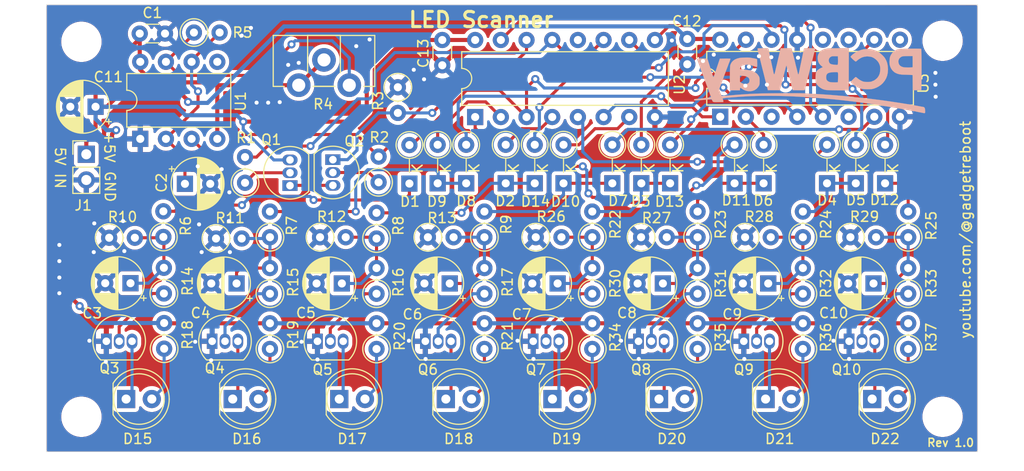
<source format=kicad_pcb>
(kicad_pcb (version 20241229) (generator "pcbnew") (generator_version "9.0")
  (layers (0 "F.Cu" signal) (2 "B.Cu" signal) (13 "F.Paste" user) (15 "B.Paste" user) (5 "F.SilkS" user) (7 "B.SilkS" user) (1 "F.Mask" user) (3 "B.Mask" user) (25 "Edge.Cuts" user))
  (net 0 "")
  (net 1 "GNDREF")
  (net 2 "Net-(D1-Pad2)")
  (net 3 "Net-(D3-Pad2)")
  (net 4 "Net-(D4-Pad2)")
  (net 5 "Net-(D5-Pad2)")
  (net 6 "Net-(D6-Pad2)")
  (net 7 "Net-(D7-Pad2)")
  (net 8 "+5V")
  (net 9 "Net-(D8-Pad2)")
  (net 10 "Net-(Q1-Pad2)")
  (net 11 "Net-(C2-Pad1)")
  (net 12 "Net-(C3-Pad1)")
  (net 13 "Net-(C4-Pad1)")
  (net 14 "Net-(C5-Pad1)")
  (net 15 "Net-(C6-Pad1)")
  (net 16 "Net-(C7-Pad1)")
  (net 17 "Net-(C8-Pad1)")
  (net 18 "Net-(C9-Pad1)")
  (net 19 "Net-(C10-Pad1)")
  (net 20 "/LED1")
  (net 21 "/LED3")
  (net 22 "Net-(D2-Pad2)")
  (net 23 "/LED5")
  (net 24 "/LED7")
  (net 25 "/LED6")
  (net 26 "/LED4")
  (net 27 "/LED2")
  (net 28 "Net-(D9-Pad2)")
  (net 29 "Net-(D10-Pad2)")
  (net 30 "Net-(D11-Pad2)")
  (net 31 "/LED8")
  (net 32 "Net-(D12-Pad2)")
  (net 33 "Net-(D13-Pad2)")
  (net 34 "Net-(D14-Pad2)")
  (net 35 "Net-(D15-Pad1)")
  (net 36 "Net-(D15-Pad2)")
  (net 37 "Net-(D16-Pad2)")
  (net 38 "Net-(D16-Pad1)")
  (net 39 "Net-(D17-Pad1)")
  (net 40 "Net-(D17-Pad2)")
  (net 41 "Net-(D18-Pad2)")
  (net 42 "Net-(D18-Pad1)")
  (net 43 "Net-(D19-Pad1)")
  (net 44 "Net-(D19-Pad2)")
  (net 45 "Net-(D20-Pad1)")
  (net 46 "Net-(D20-Pad2)")
  (net 47 "Net-(D21-Pad2)")
  (net 48 "Net-(D21-Pad1)")
  (net 49 "Net-(D22-Pad2)")
  (net 50 "Net-(D22-Pad1)")
  (net 51 "Net-(Q1-Pad1)")
  (net 52 "Net-(Q2-Pad1)")
  (net 53 "Net-(Q2-Pad2)")
  (net 54 "Net-(Q3-Pad2)")
  (net 55 "Net-(Q4-Pad2)")
  (net 56 "Net-(Q5-Pad2)")
  (net 57 "Net-(Q6-Pad2)")
  (net 58 "Net-(Q7-Pad2)")
  (net 59 "Net-(Q8-Pad2)")
  (net 60 "Net-(Q9-Pad2)")
  (net 61 "Net-(Q10-Pad2)")
  (net 62 "Net-(R1-Pad2)")
  (net 63 "Net-(R2-Pad2)")
  (net 64 "Net-(U1-Pad5)")
  (net 65 "Net-(U2-Pad15)")
  (net 66 "Net-(U2-Pad12)")
  (net 67 "Net-(U3-Pad9)")
  (net 68 "Net-(U3-Pad3)")
  (net 69 "Net-(U3-Pad11)")
  (net 70 "Net-(U3-Pad12)")
  (net 71 "Net-(U3-Pad6)")
  (net 72 "Net-(R4-Pad3)")
  (footprint "MountingHole:MountingHole_3.5mm" (layer "F.Cu") (at 37.4904 75.2856)
    (property "Reference" "REF**" (hide yes))
    (property "Value" "MountingHole_3.5mm")
  )
  (footprint "MountingHole:MountingHole_3.5mm" (layer "F.Cu") (at 122.6566 75.184)
    (property "Reference" "REF**" (hide yes))
    (property "Value" "MountingHole_3.5mm")
  )
  (footprint "MountingHole:MountingHole_3.5mm" (layer "F.Cu") (at 122.6566 37.9984)
    (property "Reference" "REF**" (hide yes))
    (property "Value" "MountingHole_3.5mm")
  )
  (footprint "MountingHole:MountingHole_3.5mm" (layer "F.Cu") (at 37.4904 38.1)
    (property "Reference" "REF**" (hide yes))
    (property "Value" "MountingHole_3.5mm")
  )
  (footprint "Capacitor_THT:C_Disc_D3.0mm_W1.6mm_P2.50mm" (layer "F.Cu") (at 43.2562 37.3888)
    (property "Reference" "C1")
    (property "Value" "100nF")
  )
  (footprint "Capacitor_THT:CP_Radial_D5.0mm_P2.50mm" (layer "F.Cu") (at 47.7266 52.2478)
    (property "Reference" "C2")
    (property "Value" "10uF")
  )
  (footprint "Capacitor_THT:CP_Radial_D5.0mm_P2.50mm" (layer "F.Cu") (at 42.3418 62.0776 180)
    (property "Reference" "C3")
    (property "Value" "47uF")
  )
  (footprint "Capacitor_THT:CP_Radial_D5.0mm_P2.50mm" (layer "F.Cu") (at 52.832 62.103 180)
    (property "Reference" "C4")
    (property "Value" "47uF")
  )
  (footprint "Capacitor_THT:CP_Radial_D5.0mm_P2.50mm" (layer "F.Cu") (at 63.246 62.103 180)
    (property "Reference" "C5")
    (property "Value" "47uF")
  )
  (footprint "Capacitor_THT:CP_Radial_D5.0mm_P2.50mm" (layer "F.Cu") (at 73.914 62.103 180)
    (property "Reference" "C6")
    (property "Value" "47uF")
  )
  (footprint "Capacitor_THT:CP_Radial_D5.0mm_P2.50mm" (layer "F.Cu") (at 84.582 62.103 180)
    (property "Reference" "C7")
    (property "Value" "47uF")
  )
  (footprint "Capacitor_THT:CP_Radial_D5.0mm_P2.50mm" (layer "F.Cu") (at 94.996 62.103 180)
    (property "Reference" "C8")
    (property "Value" "47uF")
  )
  (footprint "Capacitor_THT:CP_Radial_D5.0mm_P2.50mm" (layer "F.Cu") (at 105.41 62.103 180)
    (property "Reference" "C9")
    (property "Value" "47uF")
  )
  (footprint "Capacitor_THT:CP_Radial_D5.0mm_P2.50mm" (layer "F.Cu") (at 115.824 62.103 180)
    (property "Reference" "C10")
    (property "Value" "47uF")
  )
  (footprint "Capacitor_THT:CP_Radial_D5.0mm_P2.50mm" (layer "F.Cu") (at 38.8874 44.6278 180)
    (property "Reference" "C11")
    (property "Value" "10uF")
  )
  (footprint "Capacitor_THT:C_Disc_D3.0mm_W1.6mm_P2.50mm" (layer "F.Cu") (at 97.409 37.9222 -90)
    (property "Reference" "C12")
    (property "Value" "100nF")
  )
  (footprint "Capacitor_THT:C_Disc_D3.0mm_W1.6mm_P2.50mm" (layer "F.Cu") (at 73.1774 38.0238 -90)
    (property "Reference" "C13")
    (property "Value" "100nF")
  )
  (footprint "LED_THT:LED_D5.0mm" (layer "F.Cu") (at 52.451 73.533)
    (property "Reference" "D16")
    (property "Value" "LED_Small_ALT")
  )
  (footprint "LED_THT:LED_D5.0mm" (layer "F.Cu") (at 62.991 73.533)
    (property "Reference" "D17")
    (property "Value" "LED_Small_ALT")
  )
  (footprint "LED_THT:LED_D5.0mm" (layer "F.Cu") (at 73.531 73.533)
    (property "Reference" "D18")
    (property "Value" "LED_Small_ALT")
  )
  (footprint "LED_THT:LED_D5.0mm" (layer "F.Cu") (at 84.071 73.533)
    (property "Reference" "D19")
    (property "Value" "LED_Small_ALT")
  )
  (footprint "LED_THT:LED_D5.0mm" (layer "F.Cu") (at 94.611 73.533)
    (property "Reference" "D20")
    (property "Value" "LED_Small_ALT")
  )
  (footprint "LED_THT:LED_D5.0mm" (layer "F.Cu") (at 105.151 73.533)
    (property "Reference" "D21")
    (property "Value" "LED_Small_ALT")
  )
  (footprint "LED_THT:LED_D5.0mm" (layer "F.Cu") (at 115.691 73.533)
    (property "Reference" "D22")
    (property "Value" "LED_Small_ALT")
  )
  (footprint "Package_TO_SOT_THT:TO-92_Inline" (layer "F.Cu") (at 58.1152 52.4256 90)
    (property "Reference" "Q1")
    (property "Value" "2N3904")
  )
  (footprint "Package_TO_SOT_THT:TO-92_Inline" (layer "F.Cu") (at 62.357 49.8602 -90)
    (property "Reference" "Q2")
    (property "Value" "2N3904")
  )
  (footprint "Package_TO_SOT_THT:TO-92_Inline" (layer "F.Cu") (at 39.9542 67.818)
    (property "Reference" "Q3")
    (property "Value" "2N3904")
  )
  (footprint "Package_TO_SOT_THT:TO-92_Inline" (layer "F.Cu") (at 50.419 67.818)
    (property "Reference" "Q4")
    (property "Value" "2N3904")
  )
  (footprint "Package_TO_SOT_THT:TO-92_Inline" (layer "F.Cu") (at 60.833 67.818)
    (property "Reference" "Q5")
    (property "Value" "2N3904")
  )
  (footprint "Package_TO_SOT_THT:TO-92_Inline" (layer "F.Cu") (at 71.501 67.818)
    (property "Reference" "Q6")
    (property "Value" "2N3904")
  )
  (footprint "Package_TO_SOT_THT:TO-92_Inline" (layer "F.Cu") (at 82.169 67.818)
    (property "Reference" "Q7")
    (property "Value" "2N3904")
  )
  (footprint "Package_TO_SOT_THT:TO-92_Inline" (layer "F.Cu") (at 92.583 67.818)
    (property "Reference" "Q8")
    (property "Value" "2N3904")
  )
  (footprint "Package_TO_SOT_THT:TO-92_Inline" (layer "F.Cu") (at 102.997 67.818)
    (property "Reference" "Q9")
    (property "Value" "2N3904")
  )
  (footprint "Package_TO_SOT_THT:TO-92_Inline" (layer "F.Cu") (at 113.411 67.818)
    (property "Reference" "Q10")
    (property "Value" "2N3904")
  )
  (footprint "Potentiometer_THT:Potentiometer_ACP_CA9-H2,5_Horizontal" (layer "F.Cu") (at 58.9788 42.4942 90)
    (property "Reference" "R4")
    (property "Value" "100K")
  )
  (footprint "Package_DIP:DIP-8_W7.62mm" (layer "F.Cu") (at 43.307 47.8028 90)
    (property "Reference" "U1")
    (property "Value" "NE555")
  )
  (footprint "Package_DIP:DIP-16_W7.62mm" (layer "F.Cu") (at 76.4286 45.6438 90)
    (property "Reference" "U2")
    (property "Value" "4017")
  )
  (footprint "Package_DIP:DIP-16_W7.62mm" (layer "F.Cu") (at 100.6602 45.6184 90)
    (property "Reference" "U3")
    (property "Value" "4017")
  )
  (footprint "LED_THT:LED_D5.0mm" (layer "F.Cu") (at 41.91 73.533)
    (property "Reference" "D15")
    (property "Value" "LED_Small_ALT")
  )
  (footprint "Resistor_THT:R_Axial_DIN0207_L6.3mm_D2.5mm_P2.54mm_Vertical" (layer "F.Cu") (at 45.593 57.5056 90)
    (property "Reference" "R6")
    (property "Value" "20K")
  )
  (footprint "Resistor_THT:R_Axial_DIN0207_L6.3mm_D2.5mm_P2.54mm_Vertical" (layer "F.Cu") (at 56.134 57.531 90)
    (property "Reference" "R7")
    (property "Value" "20K")
  )
  (footprint "Resistor_THT:R_Axial_DIN0207_L6.3mm_D2.5mm_P2.54mm_Vertical" (layer "F.Cu") (at 66.675 57.658 90)
    (property "Reference" "R8")
    (property "Value" "20K")
  )
  (footprint "Resistor_THT:R_Axial_DIN0207_L6.3mm_D2.5mm_P2.54mm_Vertical" (layer "F.Cu") (at 77.343 57.531 90)
    (property "Reference" "R9")
    (property "Value" "20K")
  )
  (footprint "Resistor_THT:R_Axial_DIN0207_L6.3mm_D2.5mm_P2.54mm_Vertical" (layer "F.Cu") (at 40.2336 57.5818)
    (property "Reference" "R10")
    (property "Value" "100K")
  )
  (footprint "Resistor_THT:R_Axial_DIN0207_L6.3mm_D2.5mm_P2.54mm_Vertical" (layer "F.Cu") (at 50.8 57.658)
    (property "Reference" "R11")
    (property "Value" "100K")
  )
  (footprint "Resistor_THT:R_Axial_DIN0207_L6.3mm_D2.5mm_P2.54mm_Vertical" (layer "F.Cu") (at 61.087 57.531)
    (property "Reference" "R12")
    (property "Value" "100K")
  )
  (footprint "Resistor_THT:R_Axial_DIN0207_L6.3mm_D2.5mm_P2.54mm_Vertical" (layer "F.Cu") (at 71.755 57.531)
    (property "Reference" "R13")
    (property "Value" "100K")
  )
  (footprint "Resistor_THT:R_Axial_DIN0207_L6.3mm_D2.5mm_P2.54mm_Vertical" (layer "F.Cu") (at 45.6438 63.0936 90)
    (property "Reference" "R14")
    (property "Value" "1K")
  )
  (footprint "Resistor_THT:R_Axial_DIN0207_L6.3mm_D2.5mm_P2.54mm_Vertical" (layer "F.Cu") (at 56.134 63.119 90)
    (property "Reference" "R15")
    (property "Value" "1K")
  )
  (footprint "Resistor_THT:R_Axial_DIN0207_L6.3mm_D2.5mm_P2.54mm_Vertical" (layer "F.Cu") (at 66.675 63.119 90)
    (property "Reference" "R16")
    (property "Value" "1K")
  )
  (footprint "Resistor_THT:R_Axial_DIN0207_L6.3mm_D2.5mm_P2.54mm_Vertical" (layer "F.Cu") (at 77.343 63.119 90)
    (property "Reference" "R17")
    (property "Value" "1K")
  )
  (footprint "Resistor_THT:R_Axial_DIN0207_L6.3mm_D2.5mm_P2.54mm_Vertical" (layer "F.Cu") (at 45.6692 68.5546 90)
    (property "Reference" "R18")
    (property "Value" "200r")
  )
  (footprint "Resistor_THT:R_Axial_DIN0207_L6.3mm_D2.5mm_P2.54mm_Vertical" (layer "F.Cu") (at 66.675 68.58 90)
    (property "Reference" "R20")
    (property "Value" "200r")
  )
  (footprint "Resistor_THT:R_Axial_DIN0207_L6.3mm_D2.5mm_P2.54mm_Vertical" (layer "F.Cu") (at 77.343 68.58 90)
    (property "Reference" "R21")
    (property "Value" "200r")
  )
  (footprint "Resistor_THT:R_Axial_DIN0207_L6.3mm_D2.5mm_P2.54mm_Vertical" (layer "F.Cu") (at 88.011 57.531 90)
    (property "Reference" "R22")
    (property "Value" "20K")
  )
  (footprint "Resistor_THT:R_Axial_DIN0207_L6.3mm_D2.5mm_P2.54mm_Vertical" (layer "F.Cu") (at 98.425 57.531 90)
    (property "Reference" "R23")
    (property "Value" "20K")
  )
  (footprint "Resistor_THT:R_Axial_DIN0207_L6.3mm_D2.5mm_P2.54mm_Vertical" (layer "F.Cu") (at 108.839 57.531 90)
    (property "Reference" "R24")
    (property "Value" "20K")
  )
  (footprint "Resistor_THT:R_Axial_DIN0207_L6.3mm_D2.5mm_P2.54mm_Vertical" (layer "F.Cu") (at 119.253 57.531 90)
    (property "Reference" "R25")
    (property "Value" "20K")
  )
  (footprint "Resistor_THT:R_Axial_DIN0207_L6.3mm_D2.5mm_P2.54mm_Vertical" (layer "F.Cu") (at 82.423 57.531)
    (property "Reference" "R26")
    (property "Value" "100K")
  )
  (footprint "Resistor_THT:R_Axial_DIN0207_L6.3mm_D2.5mm_P2.54mm_Vertical" (layer "F.Cu") (at 92.837 57.531)
    (property "Reference" "R27")
    (property "Value" "100K")
  )
  (footprint "Resistor_THT:R_Axial_DIN0207_L6.3mm_D2.5mm_P2.54mm_Vertical" (layer "F.Cu") (at 103.124 57.531)
    (property "Reference" "R28")
    (property "Value" "100K")
  )
  (footprint "Resistor_THT:R_Axial_DIN0207_L6.3mm_D2.5mm_P2.54mm_Vertical" (layer "F.Cu") (at 113.538 57.531)
    (property "Reference" "R29")
    (property "Value" "100K")
  )
  (footprint "Resistor_THT:R_Axial_DIN0207_L6.3mm_D2.5mm_P2.54mm_Vertical" (layer "F.Cu") (at 88.011 63.119 90)
    (property "Reference" "R30")
    (property "Value" "1K")
  )
  (footprint "Resistor_THT:R_Axial_DIN0207_L6.3mm_D2.5mm_P2.54mm_Vertical" (layer "F.Cu") (at 98.425 63.119 90)
    (property "Reference" "R31")
    (property "Value" "1K")
  )
  (footprint "Resistor_THT:R_Axial_DIN0207_L6.3mm_D2.5mm_P2.54mm_Vertical" (layer "F.Cu") (at 108.839 63.119 90)
    (property "Reference" "R32")
    (property "Value" "1K")
  )
  (footprint "Resistor_THT:R_Axial_DIN0207_L6.3mm_D2.5mm_P2.54mm_Vertical" (layer "F.Cu") (at 119.253 63.119 90)
    (property "Reference" "R33")
    (property "Value" "1K")
  )
  (footprint "Resistor_THT:R_Axial_DIN0207_L6.3mm_D2.5mm_P2.54mm_Vertical" (layer "F.Cu") (at 88.011 68.58 90)
    (property "Reference" "R34")
    (property "Value" "200r")
  )
  (footprint "Resistor_THT:R_Axial_DIN0207_L6.3mm_D2.5mm_P2.54mm_Vertical" (layer "F.Cu") (at 98.425 68.58 90)
    (property "Reference" "R35")
    (property "Value" "200r")
  )
  (footprint "Resistor_THT:R_Axial_DIN0207_L6.3mm_D2.5mm_P2.54mm_Vertical" (layer "F.Cu") (at 108.839 68.58 90)
    (property "Reference" "R36")
    (property "Value" "200r")
  )
  (footprint "Resistor_THT:R_Axial_DIN0207_L6.3mm_D2.5mm_P2.54mm_Vertical" (layer "F.Cu") (at 119.253 68.58 90)
    (property "Reference" "R37")
    (property "Value" "200r")
  )
  (footprint "Resistor_THT:R_Axial_DIN0207_L6.3mm_D2.5mm_P2.54mm_Vertical" (layer "F.Cu") (at 56.134 68.58 90)
    (property "Reference" "R19")
    (property "Value" "200r")
  )
  (footprint "Connector_PinHeader_2.54mm:PinHeader_1x02_P2.54mm_Vertical" (layer "F.Cu") (at 37.973 49.3268)
    (property "Reference" "J1")
    (property "Value" "Conn_01x02")
  )
  (footprint "Diode_THT:D_DO-35_SOD27_P3.81mm_Vertical_KathodeUp" (layer "F.Cu") (at 79.4512 52.197 90)
    (property "Reference" "D2")
    (property "Value" "1N4148")
  )
  (footprint "Diode_THT:D_DO-35_SOD27_P3.81mm_Vertical_KathodeUp" (layer "F.Cu") (at 92.8624 52.197 90)
    (property "Reference" "D3")
    (property "Value" "1N4148")
  )
  (footprint "Diode_THT:D_DO-35_SOD27_P3.81mm_Vertical_KathodeUp" (layer "F.Cu") (at 111.2266 52.197 90)
    (property "Reference" "D4")
    (property "Value" "1N4148")
  )
  (footprint "Diode_THT:D_DO-35_SOD27_P3.81mm_Vertical_KathodeUp" (layer "F.Cu") (at 114.0714 52.197 90)
    (property "Reference" "D5")
    (property "Value" "1N4148")
  )
  (footprint "Diode_THT:D_DO-35_SOD27_P3.81mm_Vertical_KathodeUp" (layer "F.Cu") (at 104.9528 52.197 90)
    (property "Reference" "D6")
    (property "Value" "1N4148")
  )
  (footprint "Diode_THT:D_DO-35_SOD27_P3.81mm_Vertical_KathodeUp" (layer "F.Cu") (at 89.9922 52.197 90)
    (property "Reference" "D7")
    (property "Value" "1N4148")
  )
  (footprint "Diode_THT:D_DO-35_SOD27_P3.81mm_Vertical_KathodeUp" (layer "F.Cu") (at 75.5396 52.197 90)
    (property "Reference" "D8")
    (property "Value" "1N4148")
  )
  (footprint "Diode_THT:D_DO-35_SOD27_P3.81mm_Vertical_KathodeUp" (layer "F.Cu") (at 72.7202 52.197 90)
    (property "Reference" "D9")
    (property "Value" "1N4148")
  )
  (footprint "Diode_THT:D_DO-35_SOD27_P3.81mm_Vertical_KathodeUp" (layer "F.Cu") (at 85.1662 52.197 90)
    (property "Reference" "D10")
    (property "Value" "1N4148")
  )
  (footprint "Diode_THT:D_DO-35_SOD27_P3.81mm_Vertical_KathodeUp" (layer "F.Cu") (at 102.0826 52.197 90)
    (property "Reference" "D11")
    (property "Value" "1N4148")
  )
  (footprint "Diode_THT:D_DO-35_SOD27_P3.81mm_Vertical_KathodeUp" (layer "F.Cu") (at 116.967 52.197 90)
    (property "Reference" "D12")
    (property "Value" "1N4148")
  )
  (footprint "Diode_THT:D_DO-35_SOD27_P3.81mm_Vertical_KathodeUp" (layer "F.Cu") (at 95.7072 52.197 90)
    (property "Reference" "D13")
    (property "Value" "1N4148")
  )
  (footprint "Diode_THT:D_DO-35_SOD27_P3.81mm_Vertical_KathodeUp" (layer "F.Cu") (at 82.3214 52.197 90)
    (property "Reference" "D14")
    (property "Value" "1N4148")
  )
  (footprint "Resistor_THT:R_Axial_DIN0207_L6.3mm_D2.5mm_P2.54mm_Vertical" (layer "F.Cu") (at 53.6702 52.1462 90)
    (property "Reference" "R1")
    (property "Value" "10K")
  )
  (footprint "Resistor_THT:R_Axial_DIN0207_L6.3mm_D2.5mm_P2.54mm_Vertical" (layer "F.Cu") (at 66.8782 52.0954 90)
    (property "Reference" "R2")
    (property "Value" "10K")
  )
  (footprint "Resistor_THT:R_Axial_DIN0207_L6.3mm_D2.5mm_P2.54mm_Vertical" (layer "F.Cu") (at 68.7832 42.6974 -90)
    (property "Reference" "R3")
    (property "Value" "10K")
  )
  (footprint "Resistor_THT:R_Axial_DIN0207_L6.3mm_D2.5mm_P2.54mm_Vertical" (layer "F.Cu") (at 48.6156 37.2872)
    (property "Reference" "R5")
    (property "Value" "2K")
  )
  (footprint "Diode_THT:D_DO-35_SOD27_P3.81mm_Vertical_KathodeUp" (layer "F.Cu") (at 69.9262 52.2224 90)
    (property "Reference" "D1")
    (property "Value" "1N4148")
  )
  (footprint "_Custom_Footprints:pcb way logo" (layer "B.Cu") (at 109.4994 42.7228 180)
    (property "Reference" "G***" (hide yes))
    (property "Value" "LOGO" (hide yes))
  )
  (gr_line (start 34.036 78.74) (end 126.111 78.74) (stroke (width 0.05)) (layer "Edge.Cuts"))
  (gr_line (start 126.111 78.74) (end 126.111 34.544) (stroke (width 0.05)) (layer "Edge.Cuts"))
  (gr_line (start 126.111 34.544) (end 34.036 34.544) (stroke (width 0.05)) (layer "Edge.Cuts"))
  (gr_line (start 34.036 34.544) (end 34.036 78.74) (stroke (width 0.05)) (layer "Edge.Cuts"))
  (gr_text "+5V" (at 40.259 48.6156 270) (layer "F.SilkS") (effects (font (size 1 1))))
  (gr_text "GND" (at 40.3098 52.5272 270) (layer "F.SilkS") (effects (font (size 1 1))))
  (gr_text "LED Scanner" (at 77.0128 36.0172 0) (layer "F.SilkS") (effects (font (size 1.5 1.5) (thickness 0.3))))
  (gr_text "5V IN" (at 35.3822 50.673 270) (layer "F.SilkS") (effects (font (size 1 1))))
  (gr_text "Rev 1.0" (at 123.444 77.851 0) (layer "F.SilkS") (effects (font (size 0.8 0.8))))
  (gr_text "youtube.com/@gadgetreboot" (at 124.9172 56.7944 90) (layer "F.SilkS") (effects (font (size 1 1))))
  (via (at 57.0992 44.1706) (size 0.8) (drill 0.4) (layers "F.Cu" "B.Cu") (net 1))
  (via (at 121.9454 42.4434) (size 0.8) (drill 0.4) (layers "F.Cu" "B.Cu") (net 1))
  (via (at 48.7426 67.8688) (size 0.8) (drill 0.4) (layers "F.Cu" "B.Cu") (net 1))
  (via (at 111.8616 67.7672) (size 0.8) (drill 0.4) (layers "F.Cu" "B.Cu") (net 1))
  (via (at 41.6052 55.9308) (size 0.8) (drill 0.4) (layers "F.Cu" "B.Cu") (net 1))
  (via (at 54.2544 36.83) (size 0.8) (drill 0.4) (layers "F.Cu" "B.Cu") (net 1))
  (via (at 92.6084 69.5706) (size 0.8) (drill 0.4) (layers "F.Cu" "B.Cu") (net 1))
  (via (at 52.07 55.9308) (size 0.8) (drill 0.4) (layers "F.Cu" "B.Cu") (net 1))
  (via (at 71.5264 69.5706) (size 0.8) (drill 0.4) (layers "F.Cu" "B.Cu") (net 1))
  (via (at 35.306 58.293) (size 0.8) (drill 0.4) (layers "F.Cu" "B.Cu") (net 1))
  (via (at 103.0478 69.5706) (size 0.8) (drill 0.4) (layers "F.Cu" "B.Cu") (net 1))
  (via (at 38.2778 67.7672) (size 0.8) (drill 0.4) (layers "F.Cu" "B.Cu") (net 1))
  (via (at 70.358 40.9702) (size 0.8) (drill 0.4) (layers "F.Cu" "B.Cu") (net 1))
  (via (at 52.1208 53.086) (size 0.8) (drill 0.4) (layers "F.Cu" "B.Cu") (net 1))
  (via (at 57.9374 40.4876) (size 0.8) (drill 0.4) (layers "F.Cu" "B.Cu") (net 1))
  (via (at 113.411 69.5706) (size 0.8) (drill 0.4) (layers "F.Cu" "B.Cu") (net 1))
  (via (at 38.7604 56.1594) (size 0.8) (drill 0.4) (layers "F.Cu" "B.Cu") (net 1))
  (via (at 105.283 42.4434) (size 0.8) (drill 0.4) (layers "F.Cu" "B.Cu") (net 1))
  (via (at 82.1944 69.5706) (size 0.8) (drill 0.4) (layers "F.Cu" "B.Cu") (net 1))
  (via (at 104.4956 39.624) (size 0.8) (drill 0.4) (layers "F.Cu" "B.Cu") (net 1))
  (via (at 59.2582 67.8688) (size 0.8) (drill 0.4) (layers "F.Cu" "B.Cu") (net 1))
  (via (at 98.9584 40.1066) (size 0.8) (drill 0.4) (layers "F.Cu" "B.Cu") (net 1))
  (via (at 101.4222 67.8688) (size 0.8) (drill 0.4) (layers "F.Cu" "B.Cu") (net 1))
  (via (at 35.306 63.0682) (size 0.8) (drill 0.4) (layers "F.Cu" "B.Cu") (net 1))
  (via (at 35.306 61.5188) (size 0.8) (drill 0.4) (layers "F.Cu" "B.Cu") (net 1))
  (via (at 54.8132 44.2214) (size 0.8) (drill 0.4) (layers "F.Cu" "B.Cu") (net 1))
  (via (at 48.9966 50.5206) (size 0.8) (drill 0.4) (layers "F.Cu" "B.Cu") (net 1))
  (via (at 55.9562 44.2214) (size 0.8) (drill 0.4) (layers "F.Cu" "B.Cu") (net 1))
  (via (at 108.3564 39.7764) (size 0.8) (drill 0.4) (layers "F.Cu" "B.Cu") (net 1))
  (via (at 60.833 69.6214) (size 0.8) (drill 0.4) (layers "F.Cu" "B.Cu") (net 1))
  (via (at 35.306 59.8932) (size 0.8) (drill 0.4) (layers "F.Cu" "B.Cu") (net 1))
  (via (at 58.9788 40.2844) (size 0.8) (drill 0.4) (layers "F.Cu" "B.Cu") (net 1))
  (via (at 121.9454 41.275) (size 0.8) (drill 0.4) (layers "F.Cu" "B.Cu") (net 1))
  (via (at 49.3776 59.0042) (size 0.8) (drill 0.4) (layers "F.Cu" "B.Cu") (net 1))
  (via (at 69.8754 67.7672) (size 0.8) (drill 0.4) (layers "F.Cu" "B.Cu") (net 1))
  (via (at 65.9892 37.973) (size 0.8) (drill 0.4) (layers "F.Cu" "B.Cu") (net 1))
  (via (at 95.885 38.0746) (size 0.8) (drill 0.4) (layers "F.Cu" "B.Cu") (net 1))
  (via (at 38.7096 59.0042) (size 0.8) (drill 0.4) (layers "F.Cu" "B.Cu") (net 1))
  (via (at 41.7322 58.9026) (size 0.8) (drill 0.4) (layers "F.Cu" "B.Cu") (net 1))
  (via (at 90.8558 67.7672) (size 0.8) (drill 0.4) (layers "F.Cu" "B.Cu") (net 1))
  (via (at 103.1494 42.545) (size 0.8) (drill 0.4) (layers "F.Cu" "B.Cu") (net 1))
  (via (at 80.6196 67.7672) (size 0.8) (drill 0.4) (layers "F.Cu" "B.Cu") (net 1))
  (via (at 39.9034 69.85) (size 0.8) (drill 0.4) (layers "F.Cu" "B.Cu") (net 1))
  (via (at 64.6684 38.6334) (size 0.8) (drill 0.4) (layers "F.Cu" "B.Cu") (net 1))
  (via (at 52.1716 59.0042) (size 0.8) (drill 0.4) (layers "F.Cu" "B.Cu") (net 1))
  (via (at 121.9708 43.6372) (size 0.8) (drill 0.4) (layers "F.Cu" "B.Cu") (net 1))
  (via (at 71.374 41.91) (size 0.8) (drill 0.4) (layers "F.Cu" "B.Cu") (net 1))
  (via (at 100.0252 39.4716) (size 0.8) (drill 0.4) (layers "F.Cu" "B.Cu") (net 1))
  (via (at 53.34 37.592) (size 0.8) (drill 0.4) (layers "F.Cu" "B.Cu") (net 1))
  (via (at 51.3588 50.8) (size 0.8) (drill 0.4) (layers "F.Cu" "B.Cu") (net 1))
  (via (at 49.1236 56.261) (size 0.8) (drill 0.4) (layers "F.Cu" "B.Cu") (net 1))
  (via (at 105.7148 39.7256) (size 0.8) (drill 0.4) (layers "F.Cu" "B.Cu") (net 1))
  (via (at 50.3174 69.6976) (size 0.8) (drill 0.4) (layers "F.Cu" "B.Cu") (net 1))
  (segment (start 103.2002 37.9984) (end 100.8888 40.3098) (width 0.3048) (layer "F.Cu") (net 2))
  (segment (start 70.1548 48.4124) (end 75.565 43.0022) (width 0.3048) (layer "F.Cu") (net 2))
  (segment (start 78.867 43.0022) (end 81.5086 45.6438) (width 0.3048) (layer "F.Cu") (net 2))
  (segment (start 69.9262 48.4124) (end 70.1548 48.4124) (width 0.3048) (layer "F.Cu") (net 2))
  (segment (start 81.5086 42.7482) (end 81.5086 45.6438) (width 0.3048) (layer "F.Cu") (net 2))
  (segment (start 100.119915 40.3098) (end 98.2218 42.207915) (width 0.3048) (layer "F.Cu") (net 2))
  (segment (start 100.8888 40.3098) (end 100.119915 40.3098) (width 0.3048) (layer "F.Cu") (net 2))
  (segment (start 75.565 43.0022) (end 78.867 43.0022) (width 0.3048) (layer "F.Cu") (net 2))
  (segment (start 98.2218 42.207915) (end 98.2218 42.7736) (width 0.3048) (layer "F.Cu") (net 2))
  (segment (start 82.3722 41.8846) (end 81.5086 42.7482) (width 0.3048) (layer "F.Cu") (net 2))
  (via (at 98.2218 42.7736) (size 0.8) (drill 0.4) (layers "F.Cu" "B.Cu") (net 2))
  (via (at 82.3722 41.8846) (size 0.8) (drill 0.4) (layers "F.Cu" "B.Cu") (net 2))
  (segment (start 83.2612 42.7736) (end 97.656115 42.7736) (width 0.3048) (layer "B.Cu") (net 2))
  (segment (start 97.656115 42.7736) (end 98.2218 42.7736) (width 0.3048) (layer "B.Cu") (net 2))
  (segment (start 82.3722 41.8846) (end 83.2612 42.7736) (width 0.3048) (layer "B.Cu") (net 2))
  (segment (start 92.468599 38.823799) (end 91.6686 38.0238) (width 0.3048) (layer "F.Cu") (net 3))
  (segment (start 92.8624 44.1452) (end 95.4532 41.5544) (width 0.3048) (layer "F.Cu") (net 3))
  (segment (start 94.9198 39.5478) (end 93.1926 39.5478) (width 0.3048) (layer "F.Cu") (net 3))
  (segment (start 95.4532 40.0812) (end 94.9198 39.5478) (width 0.3048) (layer "F.Cu") (net 3))
  (segment (start 93.1926 39.5478) (end 92.468599 38.823799) (width 0.3048) (layer "F.Cu") (net 3))
  (segment (start 92.8624 48.387) (end 92.8624 44.1452) (width 0.3048) (layer "F.Cu") (net 3))
  (segment (start 95.4532 41.5544) (end 95.4532 40.0812) (width 0.3048) (layer "F.Cu") (net 3))
  (segment (start 109.5502 50.0634) (end 111.2266 48.387) (width 0.3048) (layer "F.Cu") (net 4))
  (segment (start 98.3996 50.0634) (end 109.5502 50.0634) (width 0.3048) (layer "F.Cu") (net 4))
  (via (at 98.3996 50.0634) (size 0.8) (drill 0.4) (layers "F.Cu" "B.Cu") (net 4))
  (segment (start 87.0712 46.1264) (end 87.0712 49.0728) (width 0.3048) (layer "B.Cu") (net 4))
  (segment (start 86.5886 45.6438) (end 87.0712 46.1264) (width 0.3048) (layer "B.Cu") (net 4))
  (segment (start 88.0618 50.0634) (end 98.3996 50.0634) (width 0.3048) (layer "B.Cu") (net 4))
  (segment (start 87.0712 49.0728) (end 88.0618 50.0634) (width 0.3048) (layer "B.Cu") (net 4))
  (segment (start 113.299999 42.433999) (end 113.7254 42.8594) (width 0.3048) (layer "F.Cu") (net 5))
  (segment (start 95.624599 36.607801) (end 106.610201 36.607801) (width 0.3048) (layer "F.Cu") (net 5))
  (segment (start 106.610201 36.607801) (end 107.0102 37.0078) (width 0.3048) (layer "F.Cu") (net 5))
  (segment (start 107.127799 42.433999) (end 113.299999 42.433999) (width 0.3048) (layer "F.Cu") (net 5))
  (segment (start 113.7254 42.8594) (end 113.7412 42.8594) (width 0.3048) (layer "F.Cu") (net 5))
  (segment (start 94.2086 38.0238) (end 95.624599 36.607801) (width 0.3048) (layer "F.Cu") (net 5))
  (via (at 107.0102 37.0078) (size 0.8) (drill 0.4) (layers "F.Cu" "B.Cu") (net 5))
  (via (at 107.127799 42.433999) (size 0.8) (drill 0.4) (layers "F.Cu" "B.Cu") (net 5))
  (via (at 113.7412 42.8594) (size 0.8) (drill 0.4) (layers "F.Cu" "B.Cu") (net 5))
  (segment (start 113.7412 42.8594) (end 113.8524 42.8594) (width 0.3048) (layer "B.Cu") (net 5))
  (segment (start 107.127799 37.125399) (end 107.0102 37.0078) (width 0.3048) (layer "B.Cu") (net 5))
  (segment (start 113.8524 42.8594) (end 114.6556 43.6626) (width 0.3048) (layer "B.Cu") (net 5))
  (segment (start 114.6556 43.6626) (end 114.6556 46.67143) (width 0.3048) (layer "B.Cu") (net 5))
  (segment (start 107.127799 42.433999) (end 107.127799 37.125399) (width 0.3048) (layer "B.Cu") (net 5))
  (segment (start 114.6556 46.67143) (end 114.0714 47.25563) (width 0.3048) (layer "B.Cu") (net 5))
  (segment (start 114.0714 47.25563) (end 114.0714 48.387) (width 0.3048) (layer "B.Cu") (net 5))
  (segment (start 104.9528 47.371) (end 104.9528 48.387) (width 0.3048) (layer "F.Cu") (net 6))
  (segment (start 103.2002 45.6184) (end 104.9528 47.371) (width 0.3048) (layer "F.Cu") (net 6))
  (segment (start 112.4204 46.863) (end 114.6556 46.863) (width 0.3048) (layer "F.Cu") (net 7))
  (segment (start 114.6556 46.863) (end 115.9002 45.6184) (width 0.3048) (layer "F.Cu") (net 7))
  (via (at 112.4204 46.863) (size 0.8) (drill 0.4) (layers "F.Cu" "B.Cu") (net 7))
  (segment (start 89.9922 48.387) (end 91.5162 46.863) (width 0.3048) (layer "B.Cu") (net 7))
  (segment (start 91.5162 46.863) (end 112.4204 46.863) (width 0.3048) (layer "B.Cu") (net 7))
  (segment (start 40.519401 53.003399) (end 40.519401 47.339199) (width 0.4064) (layer "F.Cu") (net 8))
  (segment (start 65.7098 40.6146) (end 65.7098 45.0342) (width 0.4064) (layer "F.Cu") (net 8))
  (segment (start 37.973 49.3268) (end 37.973 48.0704) (width 0.4064) (layer "F.Cu") (net 8))
  (segment (start 119.253 66.04) (end 108.839 66.04) (width 0.4064) (layer "F.Cu") (net 8))
  (segment (start 36.607801 56.914999) (end 40.519401 53.003399) (width 0.4064) (layer "F.Cu") (net 8))
  (segment (start 100.3808 37.9222) (end 97.409 37.9222) (width 0.4064) (layer "F.Cu") (net 8))
  (segment (start 77.343 66.04) (end 66.675 66.04) (width 0.4064) (layer "F.Cu") (net 8))
  (segment (start 76.4286 38.0238) (end 73.1774 38.0238) (width 0.4064) (layer "F.Cu") (net 8))
  (segment (start 50.927 42.4942) (end 50.927 47.8028) (width 0.4064) (layer "F.Cu") (net 8))
  (segment (start 56.134 66.04) (end 45.6946 66.04) (width 0.4064) (layer "F.Cu") (net 8))
  (segment (start 58.9788 42.4942) (end 61.4788 39.9942) (width 0.4064) (layer "F.Cu") (net 8))
  (segment (start 37.973 48.0704) (end 38.9382 47.1052) (width 0.4064) (layer "F.Cu") (net 8))
  (segment (start 44.5516 42.2148) (end 43.307 40.9702) (width 0.4064) (layer "F.Cu") (net 8))
  (segment (start 38.9382 47.1052) (end 38.8874 47.0544) (width 0.4064) (layer "F.Cu") (net 8))
  (segment (start 48.0949 44.0817) (end 48.0314 44.1452) (width 0.4064) (layer "F.Cu") (net 8))
  (segment (start 47.0408 43.0276) (end 48.0949 44.0817) (width 0.4064) (layer "F.Cu") (net 8))
  (segment (start 50.927 42.3926) (end 50.7492 42.2148) (width 0.4064) (layer "F.Cu") (net 8))
  (segment (start 98.425 66.04) (end 88.011 66.04) (width 0.4064) (layer "F.Cu") (net 8))
  (segment (start 43.2562 37.3888) (end 43.2562 37.8968) (width 0.4064) (layer "F.Cu") (net 8))
  (segment (start 43.2562 37.8968) (end 38.8874 42.2656) (width 0.4064) (layer "F.Cu") (net 8))
  (segment (start 40.005 44.6278) (end 41.6052 43.0276) (width 0.4064) (layer "F.Cu") (net 8))
  (segment (start 41.6052 43.0276) (end 47.0408 43.0276) (width 0.4064) (layer "F.Cu") (net 8))
  (segment (start 36.607801 63.633401) (end 36.607801 56.914999) (width 0.4064) (layer "F.Cu") (net 8))
  (segment (start 43.307 40.9702) (end 43.307 40.1828) (width 0.4064) (layer "F.Cu") (net 8))
  (segment (start 38.8874 47.0544) (end 38.8874 44.6278) (width 0.4064) (layer "F.Cu") (net 8))
  (segment (start 38.8874 44.6278) (end 40.005 44.6278) (width 0.4064) (layer "F.Cu") (net 8))
  (segment (start 73.1774 38.0238) (end 68.3006 38.0238) (width 0.4064) (layer "F.Cu") (net 8))
  (segment (start 43.2562 37.3888) (end 43.2562 40.132) (width 0.4064) (layer "F.Cu") (net 8))
  (segment (start 65.7098 45.0342) (end 64.643 46.101) (width 0.4064) (layer "F.Cu") (net 8))
  (segment (start 38.8874 42.2656) (end 38.8874 44.6278) (width 0.4064) (layer "F.Cu") (net 8))
  (segment (start 43.2562 40.132) (end 43.307 40.1828) (width 0.4064) (layer "F.Cu") (net 8))
  (segment (start 64.643 46.101) (end 53.4924 46.101) (width 0.4064) (layer "F.Cu") (net 8))
  (segment (start 37.3126 64.3382) (end 36.607801 63.633401) (width 0.4064) (layer "F.Cu") (net 8))
  (segment (start 40.519401 47.339199) (end 40.9194 46.9392) (width 0.4064) (layer "F.Cu") (net 8))
  (segment (start 50.7492 42.2148) (end 44.5516 42.2148) (width 0.4064) (layer "F.Cu") (net 8))
  (segment (start 58.9788 42.4942) (end 50.927 42.4942) (width 0.4064) (layer "F.Cu") (net 8))
  (segment (start 45.6946 66.04) (end 45.6692 66.0146) (width 0.4064) (layer "F.Cu") (net 8))
  (segment (start 68.3006 38.0238) (end 65.7098 40.6146) (width 0.4064) (layer "F.Cu") (net 8))
  (via (at 48.0314 44.1452) (size 0.8) (drill 0.4) (layers "F.Cu" "B.Cu") (net 8))
  (via (at 37.3126 64.3382) (size 0.8) (drill 0.4) (layers "F.Cu" "B.Cu") (net 8))
  (via (at 53.4924 46.101) (size 0.8) (drill 0.4) (layers "F.Cu" "B.Cu") (net 8))
  (via (at 40.9194 46.9392) (size 0.8) (drill 0.4) (layers "F.Cu" "B.Cu") (net 8))
  (segment (start 38.8874 45.8342) (end 39.9924 46.9392) (width 0.4064) (layer "B.Cu") (net 8))
  (segment (start 47.7774 45.466) (end 46.9392 44.6278) (width 0.4064) (layer "B.Cu") (net 8))
  (segment (start 57.531 36.6776) (end 49.9618 44.2468) (width 0.4064) (layer "B.Cu") (net 8))
  (segment (start 52.8574 45.466) (end 47.7774 45.466) (width 0.4064) (layer "B.Cu") (net 8))
  (segment (start 65.54363 66.04) (end 56.134 66.04) (width 0.4064) (layer "B.Cu") (net 8))
  (segment (start 96.1644 36.6776) (end 57.531 36.6776) (width 0.4064) (layer "B.Cu") (net 8))
  (segment (start 53.4924 46.101) (end 52.8574 45.466) (width 0.4064) (layer "B.Cu") (net 8))
  (segment (start 46.9392 44.6278) (end 38.8874 44.6278) (width 0.4064) (layer "B.Cu") (net 8))
  (segment (start 108.839 66.04) (end 98.425 66.04) (width 0.4064) (layer "B.Cu") (net 8))
  (segment (start 58.1152 49.8856) (end 56.515 49.8856) (width 0.3048) (layer "B.Cu") (net 8))
  (segment (start 66.675 66.04) (end 65.54363 66.04) (width 0.4064) (layer "B.Cu") (net 8))
  (segment (start 39.9924 46.9392) (end 40.9194 46.9392) (width 0.4064) (layer "B.Cu") (net 8))
  (segment (start 88.011 66.04) (end 77.343 66.04) (width 0.4064) (layer "B.Cu") (net 8))
  (segment (start 56.515 49.8856) (end 53.4924 46.863) (width 0.3048) (layer "B.Cu") (net 8))
  (segment (start 53.4924 46.863) (end 53.4924 46.101) (width 0.3048) (layer "B.Cu") (net 8))
  (segment (start 48.133 44.2468) (end 48.0314 44.1452) (width 0.4064) (layer "B.Cu") (net 8))
  (segment (start 97.409 37.9222) (end 96.1644 36.6776) (width 0.4064) (layer "B.Cu") (net 8))
  (segment (start 38.8874 44.6278) (end 38.8874 45.8342) (width 0.4064) (layer "B.Cu") (net 8))
  (segment (start 38.989 66.0146) (end 37.3126 64.3382) (width 0.4064) (layer "B.Cu") (net 8))
  (segment (start 49.9618 44.2468) (end 48.133 44.2468) (width 0.4064) (layer "B.Cu") (net 8))
  (segment (start 45.6692 66.0146) (end 38.989 66.0146) (width 0.4064) (layer "B.Cu") (net 8))
  (segment (start 95.885 44.6532) (end 97.917 44.6532) (width 0.3048) (layer "F.Cu") (net 9))
  (segment (start 97.917 44.6532) (end 98.8822 45.6184) (width 0.3048) (layer "F.Cu") (net 9))
  (segment (start 94.8182 43.5864) (end 95.885 44.6532) (width 0.3048) (layer "F.Cu") (net 9))
  (segment (start 98.8822 45.6184) (end 100.6602 45.6184) (width 0.3048) (layer "F.Cu") (net 9))
  (via (at 94.8182 43.5864) (size 0.8) (drill 0.4) (layers "F.Cu" "B.Cu") (net 9))
  (segment (start 74.7522 44.2468) (end 75.4126 43.5864) (width 0.3048) (layer "B.Cu") (net 9))
  (segment (start 75.5396 47.25563) (end 74.7522 46.46823) (width 0.3048) (layer "B.Cu") (net 9))
  (segment (start 75.5396 48.387) (end 75.5396 47.25563) (width 0.3048) (layer "B.Cu") (net 9))
  (segment (start 75.4126 43.5864) (end 94.8182 43.5864) (width 0.3048) (layer "B.Cu") (net 9))
  (segment (start 74.7522 46.46823) (end 74.7522 44.2468) (width 0.3048) (layer "B.Cu") (net 9))
  (segment (start 54.6608 51.1556) (end 53.6702 52.1462) (width 0.3048) (layer "F.Cu") (net 10))
  (segment (start 58.1152 51.1556) (end 54.6608 51.1556) (width 0.3048) (layer "F.Cu") (net 10))
  (segment (start 48.387 40.0558) (end 48.387 40.1828) (width 0.3048) (layer "F.Cu") (net 11))
  (segment (start 45.847 47.8028) (end 49.022 44.6278) (width 0.3048) (layer "F.Cu") (net 11))
  (segment (start 47.7266 49.6824) (end 45.847 47.8028) (width 0.3048) (layer "F.Cu") (net 11))
  (segment (start 49.022 44.6278) (end 49.022 43.669483) (width 0.3048) (layer "F.Cu") (net 11))
  (segment (start 51.1556 37.2872) (end 48.387 40.0558) (width 0.3048) (layer "F.Cu") (net 11))
  (segment (start 49.022 43.669483) (end 49.022 43.103798) (width 0.3048) (layer "F.Cu") (net 11))
  (segment (start 47.7266 52.2478) (end 47.7266 49.6824) (width 0.3048) (layer "F.Cu") (net 11))
  (via (at 49.022 43.103798) (size 0.8) (drill 0.4) (layers "F.Cu" "B.Cu") (net 11))
  (segment (start 48.387 40.1828) (end 48.387 42.468798) (width 0.3048) (layer "B.Cu") (net 11))
  (segment (start 48.622001 42.703799) (end 49.022 43.103798) (width 0.3048) (layer "B.Cu") (net 11))
  (segment (start 48.387 42.468798) (end 48.622001 42.703799) (width 0.3048) (layer "B.Cu") (net 11))
  (segment (start 45.6438 57.5564) (end 45.593 57.5056) (width 0.3048) (layer "F.Cu") (net 12))
  (segment (start 45.6438 60.5536) (end 45.6438 57.5564) (width 0.3048) (layer "F.Cu") (net 12))
  (segment (start 42.7736 57.5818) (end 45.5168 57.5818) (width 0.3048) (layer "F.Cu") (net 12))
  (segment (start 45.5168 57.5818) (end 45.593 57.5056) (width 0.3048) (layer "F.Cu") (net 12))
  (segment (start 42.3418 62.0776) (end 44.1198 62.0776) (width 0.3048) (layer "B.Cu") (net 12))
  (segment (start 44.1198 62.0776) (end 45.6438 60.5536) (width 0.3048) (layer "B.Cu") (net 12))
  (segment (start 52.832 60.9982) (end 53.2512 60.579) (width 0.3048) (layer "F.Cu") (net 13))
  (segment (start 52.832 62.103) (end 52.832 60.9982) (width 0.3048) (layer "F.Cu") (net 13))
  (segment (start 55.00263 60.579) (end 56.134 60.579) (width 0.3048) (layer "F.Cu") (net 13))
  (segment (start 53.2512 60.579) (end 55.00263 60.579) (width 0.3048) (layer "F.Cu") (net 13))
  (segment (start 56.007 57.658) (end 56.134 57.531) (width 0.3048) (layer "B.Cu") (net 13))
  (segment (start 56.134 59.44763) (end 56.134 57.531) (width 0.3048) (layer "B.Cu") (net 13))
  (segment (start 53.34 57.658) (end 56.007 57.658) (width 0.3048) (layer "B.Cu") (net 13))
  (segment (start 56.134 60.579) (end 56.134 59.44763) (width 0.3048) (layer "B.Cu") (net 13))
  (segment (start 66.675 60.579) (end 66.675 57.658) (width 0.3048) (layer "F.Cu") (net 14))
  (segment (start 63.627 57.531) (end 66.548 57.531) (width 0.3048) (layer "F.Cu") (net 14))
  (segment (start 66.548 57.531) (end 66.675 57.658) (width 0.3048) (layer "F.Cu") (net 14))
  (segment (start 63.246 62.103) (end 65.151 62.103) (width 0.3048) (layer "B.Cu") (net 14))
  (segment (start 65.151 62.103) (end 66.675 60.579) (width 0.3048) (layer "B.Cu") (net 14))
  (segment (start 75.819 62.103) (end 77.343 60.579) (width 0.3048) (layer "F.Cu") (net 15))
  (segment (start 73.914 62.103) (end 75.819 62.103) (width 0.3048) (layer "F.Cu") (net 15))
  (segment (start 77.343 60.579) (end 77.343 57.531) (width 0.3048) (layer "B.Cu") (net 15))
  (segment (start 77.343 57.531) (end 74.295 57.531) (width 0.3048) (layer "B.Cu") (net 15))
  (segment (start 88.011 57.531) (end 88.011 58.66237) (width 0.3048) (layer "F.Cu") (net 16))
  (segment (start 88.011 58.66237) (end 88.011 60.579) (width 0.3048) (layer "F.Cu") (net 16))
  (segment (start 84.963 57.531) (end 86.09437 57.531) (width 0.3048) (layer "F.Cu") (net 16))
  (segment (start 86.09437 57.531) (end 88.011 57.531) (width 0.3048) (layer "F.Cu") (net 16))
  (segment (start 86.487 62.103) (end 88.011 60.579) (width 0.3048) (layer "B.Cu") (net 16))
  (segment (start 84.582 62.103) (end 86.487 62.103) (width 0.3048) (layer "B.Cu") (net 16))
  (segment (start 94.996 62.103) (end 96.901 62.103) (width 0.3048) (layer "F.Cu") (net 17))
  (segment (start 96.901 62.103) (end 98.425 60.579) (width 0.3048) (layer "F.Cu") (net 17))
  (segment (start 95.377 57.531) (end 98.425 57.531) (width 0.3048) (layer "B.Cu") (net 17))
  (segment (start 98.425 60.579) (end 98.425 57.531) (width 0.3048) (layer "B.Cu") (net 17))
  (segment (start 105.664 57.531) (end 108.839 57.531) (width 0.3048) (layer "F.Cu") (net 18))
  (segment (start 108.839 59.44763) (end 108.839 57.531) (width 0.3048) (layer "F.Cu") (net 18))
  (segment (start 108.839 60.579) (end 108.839 59.44763) (width 0.3048) (layer "F.Cu") (net 18))
  (segment (start 105.41 62.103) (end 107.315 62.103) (width 0.3048) (layer "B.Cu") (net 18))
  (segment (start 107.315 62.103) (end 108.839 60.579) (width 0.3048) (layer "B.Cu") (net 18))
  (segment (start 117.729 62.103) (end 119.253 60.579) (width 0.3048) (layer "F.Cu") (net 19))
  (segment (start 115.824 62.103) (end 117.729 62.103) (width 0.3048) (layer "F.Cu") (net 19))
  (segment (start 119.253 57.531) (end 119.253 60.579) (width 0.3048) (layer "B.Cu") (net 19))
  (segment (start 116.078 57.531) (end 119.253 57.531) (width 0.3048) (layer "B.Cu") (net 19))
  (segment (start 60.452 53.848) (end 69.4054 53.848) (width 0.3048) (layer "F.Cu") (net 20))
  (segment (start 69.9262 53.3272) (end 69.9262 52.2224) (width 0.3048) (layer "F.Cu") (net 20))
  (segment (start 46.72437 54.9656) (end 47.33397 54.356) (width 0.3048) (layer "F.Cu") (net 20))
  (segment (start 47.33397 54.356) (end 53.3654 54.356) (width 0.3048) (layer "F.Cu") (net 20))
  (segment (start 69.4054 53.848) (end 69.9262 53.3272) (width 0.3048) (layer "F.Cu") (net 20))
  (segment (start 45.593 54.9656) (end 46.72437 54.9656) (width 0.3048) (layer "F.Cu") (net 20))
  (via (at 60.452 53.848) (size 0.8) (drill 0.4) (layers "F.Cu" "B.Cu") (net 20))
  (via (at 53.3654 54.356) (size 0.8) (drill 0.4) (layers "F.Cu" "B.Cu") (net 20))
  (segment (start 60.0964 53.4924) (end 60.452 53.848) (width 0.3048) (layer "B.Cu") (net 20))
  (segment (start 53.3654 54.356) (end 54.229 53.4924) (width 0.3048) (layer "B.Cu") (net 20))
  (segment (start 54.229 53.4924) (end 60.0964 53.4924) (width 0.3048) (layer "B.Cu") (net 20))
  (segment (start 67.80637 55.118) (end 75.0824 55.118) (width 0.3048) (layer "F.Cu") (net 21))
  (segment (start 66.675 55.118) (end 67.80637 55.118) (width 0.3048) (layer "F.Cu") (net 21))
  (via (at 75.0824 55.118) (size 0.8) (drill 0.4) (layers "F.Cu" "B.Cu") (net 21))
  (segment (start 75.0824 55.118) (end 78.0034 52.197) (width 0.3048) (layer "B.Cu") (net 21))
  (segment (start 82.3214 52.197) (end 79.4512 52.197) (width 0.3048) (layer "B.Cu") (net 21))
  (segment (start 78.0034 52.197) (end 79.4512 52.197) (width 0.3048) (layer "B.Cu") (net 21))
  (segment (start 80.251199 47.587001) (end 79.4512 48.387) (width 0.3048) (layer "F.Cu") (net 22))
  (segment (start 82.896199 46.796201) (end 81.041999 46.796201) (width 0.3048) (layer "F.Cu") (net 22))
  (segment (start 81.041999 46.796201) (end 80.251199 47.587001) (width 0.3048) (layer "F.Cu") (net 22))
  (segment (start 84.0486 45.6438) (end 82.896199 46.796201) (width 0.3048) (layer "F.Cu") (net 22))
  (segment (start 92.8624 52.197) (end 95.7072 52.197) (width 0.3048) (layer "F.Cu") (net 23))
  (segment (start 92.8624 53.848) (end 92.8624 52.197) (width 0.3048) (layer "B.Cu") (net 23))
  (segment (start 91.7194 54.991) (end 92.8624 53.848) (width 0.3048) (layer "B.Cu") (net 23))
  (segment (start 88.011 54.991) (end 91.7194 54.991) (width 0.3048) (layer "B.Cu") (net 23))
  (segment (start 108.839 54.991) (end 109.97037 54.991) (width 0.3048) (layer "B.Cu") (net 24))
  (segment (start 109.97037 54.991) (end 111.2266 53.73477) (width 0.3048) (layer "B.Cu") (net 24))
  (segment (start 111.2266 53.3018) (end 111.2266 52.197) (width 0.3048) (layer "B.Cu") (net 24))
  (segment (start 111.2266 53.73477) (end 111.2266 53.3018) (width 0.3048) (layer "B.Cu") (net 24))
  (segment (start 114.0714 52.197) (end 111.2266 52.197) (width 0.3048) (layer "B.Cu") (net 24))
  (segment (start 100.08763 52.197) (end 100.9778 52.197) (width 0.3048) (layer "F.Cu") (net 25))
  (segment (start 104.9528 52.197) (end 102.0826 52.197) (width 0.3048) (layer "F.Cu") (net 25))
  (segment (start 100.9778 52.197) (end 102.0826 52.197) (width 0.3048) (layer "F.Cu") (net 25))
  (segment (start 98.425 53.85963) (end 100.08763 52.197) (width 0.3048) (layer "F.Cu") (net 25))
  (segment (start 98.425 54.991) (end 98.425 53.85963) (width 0.3048) (layer "F.Cu") (net 25))
  (segment (start 89.9922 52.197) (end 85.1662 52.197) (width 0.3048) (layer "F.Cu") (net 26))
  (segment (start 83.477 54.991) (end 85.1662 53.3018) (width 0.3048) (layer "B.Cu") (net 26))
  (segment (start 85.1662 53.3018) (end 85.1662 52.197) (width 0.3048) (layer "B.Cu") (net 26))
  (segment (start 77.343 54.991) (end 83.477 54.991) (width 0.3048) (layer "B.Cu") (net 26))
  (segment (start 56.134 54.991) (end 64.6176 54.991) (width 0.3048) (layer "F.Cu") (net 27))
  (via (at 64.6176 54.991) (size 0.8) (drill 0.4) (layers "F.Cu" "B.Cu") (net 27))
  (segment (start 64.6176 54.991) (end 64.6176 52.0446) (width 0.3048) (layer "B.Cu") (net 27))
  (segment (start 72.771 52.1462) (end 72.7202 52.197) (width 0.3048) (layer "B.Cu") (net 27))
  (segment (start 72.771 51.123602) (end 72.771 52.1462) (width 0.3048) (layer "B.Cu") (net 27))
  (segment (start 75.5396 52.197) (end 72.7202 52.197) (width 0.3048) (layer "B.Cu") (net 27))
  (segment (start 72.498198 50.8508) (end 72.771 51.123602) (width 0.3048) (layer "B.Cu") (net 27))
  (segment (start 64.6176 52.0446) (end 65.8114 50.8508) (width 0.3048) (layer "B.Cu") (net 27))
  (segment (start 65.8114 50.8508) (end 72.498198 50.8508) (width 0.3048) (layer "B.Cu") (net 27))
  (segment (start 72.7202 48.387) (end 72.7202 47.117878) (width 0.3048) (layer "F.Cu") (net 28))
  (segment (start 75.692878 44.1452) (end 77.47 44.1452) (width 0.3048) (layer "F.Cu") (net 28))
  (segment (start 77.47 44.1452) (end 78.9686 45.6438) (width 0.3048) (layer "F.Cu") (net 28))
  (segment (start 72.7202 47.117878) (end 75.692878 44.1452) (width 0.3048) (layer "F.Cu") (net 28))
  (segment (start 90.516199 46.796201) (end 90.868601 46.443799) (width 0.3048) (layer "F.Cu") (net 29))
  (segment (start 85.1662 48.387) (end 86.6902 48.387) (width 0.3048) (layer "F.Cu") (net 29))
  (segment (start 90.868601 46.443799) (end 91.6686 45.6438) (width 0.3048) (layer "F.Cu") (net 29))
  (segment (start 88.280999 46.796201) (end 90.516199 46.796201) (width 0.3048) (layer "F.Cu") (net 29))
  (segment (start 86.6902 48.387) (end 88.280999 46.796201) (width 0.3048) (layer "F.Cu") (net 29))
  (segment (start 76.4286 46.7486) (end 77.6224 47.9424) (width 0.3048) (layer "F.Cu") (net 30))
  (segment (start 88.029999 53.587599) (end 91.357399 53.587599) (width 0.3048) (layer "F.Cu") (net 30))
  (segment (start 77.6224 47.9424) (end 77.6224 49.6316) (width 0.3048) (layer "F.Cu") (net 30))
  (segment (start 77.6224 49.6316) (end 78.5114 50.5206) (width 0.3048) (layer "F.Cu") (net 30))
  (segment (start 91.357399 53.587599) (end 91.8464 54.0766) (width 0.3048) (layer "F.Cu") (net 30))
  (segment (start 87.63 53.1876) (end 88.029999 53.587599) (width 0.3048) (layer "F.Cu") (net 30))
  (segment (start 76.4286 45.6438) (end 76.4286 46.7486) (width 0.3048) (layer "F.Cu") (net 30))
  (segment (start 91.8464 54.0766) (end 96.6216 54.0766) (width 0.3048) (layer "F.Cu") (net 30))
  (segment (start 78.5114 50.5206) (end 87.0712 50.5206) (width 0.3048) (layer "F.Cu") (net 30))
  (segment (start 96.6216 54.0766) (end 98.298 52.4002) (width 0.3048) (layer "F.Cu") (net 30))
  (via (at 98.298 52.4002) (size 0.8) (drill 0.4) (layers "F.Cu" "B.Cu") (net 30))
  (via (at 87.0712 50.5206) (size 0.8) (drill 0.4) (layers "F.Cu" "B.Cu") (net 30))
  (via (at 87.63 53.1876) (size 0.8) (drill 0.4) (layers "F.Cu" "B.Cu") (net 30))
  (segment (start 100.457 50.8762) (end 100.457 49.5046) (width 0.3048) (layer "B.Cu") (net 30))
  (segment (start 98.933 52.4002) (end 100.457 50.8762) (width 0.3048) (layer "B.Cu") (net 30))
  (segment (start 87.0712 50.5206) (end 87.471199 50.920599) (width 0.3048) (layer "B.Cu") (net 30))
  (segment (start 100.457 49.5046) (end 101.5746 48.387) (width 0.3048) (layer "B.Cu") (net 30))
  (segment (start 87.471199 53.028799) (end 87.63 53.1876) (width 0.3048) (layer "B.Cu") (net 30))
  (segment (start 101.5746 48.387) (end 102.0826 48.387) (width 0.3048) (layer "B.Cu") (net 30))
  (segment (start 98.298 52.4002) (end 98.933 52.4002) (width 0.3048) (layer "B.Cu") (net 30))
  (segment (start 87.471199 50.920599) (end 87.471199 53.028799) (width 0.3048) (layer "B.Cu") (net 30))
  (segment (start 116.967 52.197) (end 118.5672 52.197) (width 0.3048) (layer "F.Cu") (net 31))
  (segment (start 119.253 52.8828) (end 119.253 54.991) (width 0.3048) (layer "F.Cu") (net 31))
  (segment (start 118.5672 52.197) (end 119.253 52.8828) (width 0.3048) (layer "F.Cu") (net 31))
  (segment (start 116.205 43.6118) (end 117.221 44.6278) (width 0.3048) (layer "F.Cu") (net 32))
  (segment (start 117.221 44.6278) (end 117.221 48.133) (width 0.3048) (layer "F.Cu") (net 32))
  (segment (start 100.965 42.7228) (end 101.854 43.6118) (width 0.3048) (layer "F.Cu") (net 32))
  (segment (start 101.854 43.6118) (end 116.205 43.6118) (width 0.3048) (layer "F.Cu") (net 32))
  (segment (start 117.221 48.133) (end 116.967 48.387) (width 0.3048) (layer "F.Cu") (net 32))
  (via (at 100.965 42.7228) (size 0.8) (drill 0.4) (layers "F.Cu" "B.Cu") (net 32))
  (segment (start 97.977201 44.491399) (end 99.7458 42.7228) (width 0.3048) (layer "B.Cu") (net 32))
  (segment (start 99.7458 42.7228) (end 100.965 42.7228) (width 0.3048) (layer "B.Cu") (net 32))
  (segment (start 89.1286 45.6438) (end 90.281001 44.491399) (width 0.3048) (layer "B.Cu") (net 32))
  (segment (start 90.281001 44.491399) (end 97.977201 44.491399) (width 0.3048) (layer "B.Cu") (net 32))
  (segment (start 97.792708 46.301492) (end 97.792708 45.8724) (width 0.3048) (layer "F.Cu") (net 33))
  (segment (start 95.7072 48.387) (end 97.792708 46.301492) (width 0.3048) (layer "F.Cu") (net 33))
  (via (at 97.792708 45.8724) (size 0.8) (drill 0.4) (layers "F.Cu" "B.Cu") (net 33))
  (segment (start 107.127799 44.465999) (end 99.199109 44.465999) (width 0.3048) (layer "B.Cu") (net 33))
  (segment (start 108.2802 45.6184) (end 107.127799 44.465999) (width 0.3048) (layer "B.Cu") (net 33))
  (segment (start 99.199109 44.465999) (end 97.792708 45.8724) (width 0.3048) (layer "B.Cu") (net 33))
  (segment (start 104.070683 40.6654) (end 103.504998 40.6654) (width 0.3048) (layer "F.Cu") (net 34))
  (segment (start 85.7504 41.7068) (end 93.185716 41.7068) (width 0.3048) (layer "F.Cu") (net 34))
  (segment (start 82.7786 44.6786) (end 85.7504 41.7068) (width 0.3048) (layer "F.Cu") (net 34))
  (segment (start 113.2332 40.6654) (end 104.070683 40.6654) (width 0.3048) (layer "F.Cu") (net 34))
  (segment (start 115.9002 37.9984) (end 113.2332 40.6654) (width 0.3048) (layer "F.Cu") (net 34))
  (segment (start 93.185716 41.7068) (end 93.751401 41.7068) (width 0.3048) (layer "F.Cu") (net 34))
  (via (at 103.504998 40.6654) (size 0.8) (drill 0.4) (layers "F.Cu" "B.Cu") (net 34))
  (via (at 93.751401 41.7068) (size 0.8) (drill 0.4) (layers "F.Cu" "B.Cu") (net 34))
  (via (at 82.7786 44.6786) (size 0.8) (drill 0.4) (layers "F.Cu" "B.Cu") (net 34))
  (segment (start 93.751401 41.7068) (end 102.463598 41.7068) (width 0.3048) (layer "B.Cu") (net 34))
  (segment (start 102.463598 41.7068) (end 103.104999 41.065399) (width 0.3048) (layer "B.Cu") (net 34))
  (segment (start 82.3214 47.25563) (end 82.7786 46.79843) (width 0.3048) (layer "B.Cu") (net 34))
  (segment (start 82.7786 46.79843) (end 82.7786 44.6786) (width 0.3048) (layer "B.Cu") (net 34))
  (segment (start 82.3214 48.387) (end 82.3214 47.25563) (width 0.3048) (layer "B.Cu") (net 34))
  (segment (start 103.104999 41.065399) (end 103.504998 40.6654) (width 0.3048) (layer "B.Cu") (net 34))
  (segment (start 42.4942 67.818) (end 42.4942 72.9488) (width 0.3048) (layer "B.Cu") (net 35))
  (segment (start 42.4942 72.9488) (end 41.91 73.533) (width 0.3048) (layer "B.Cu") (net 35))
  (segment (start 45.6692 72.3138) (end 45.6692 68.5546) (width 0.3048) (layer "B.Cu") (net 36))
  (segment (start 44.45 73.533) (end 45.6692 72.3138) (width 0.3048) (layer "B.Cu") (net 36))
  (segment (start 54.991 73.533) (end 56.134 72.39) (width 0.3048) (layer "F.Cu") (net 37))
  (segment (start 56.134 72.39) (end 56.134 68.58) (width 0.3048) (layer "F.Cu") (net 37))
  (segment (start 52.959 73.025) (end 52.451 73.533) (width 0.3048) (layer "F.Cu") (net 38))
  (segment (start 52.959 67.818) (end 52.959 73.025) (width 0.3048) (layer "F.Cu") (net 38))
  (segment (start 63.373 73.151) (end 62.991 73.533) (width 0.3048) (layer "B.Cu") (net 39))
  (segment (start 63.373 67.818) (end 63.373 73.151) (width 0.3048) (layer "B.Cu") (net 39))
  (segment (start 66.675 72.389) (end 66.675 68.58) (width 0.3048) (layer "B.Cu") (net 40))
  (segment (start 65.531 73.533) (end 66.675 72.389) (width 0.3048) (layer "B.Cu") (net 40))
  (segment (start 77.343 72.261) (end 77.343 68.58) (width 0.3048) (layer "F.Cu") (net 41))
  (segment (start 76.071 73.533) (end 77.343 72.261) (width 0.3048) (layer "F.Cu") (net 41))
  (segment (start 74.041 67.818) (end 74.041 73.023) (width 0.3048) (layer "F.Cu") (net 42))
  (segment (start 74.041 73.023) (end 73.531 73.533) (width 0.3048) (layer "F.Cu") (net 42))
  (segment (start 84.709 72.895) (end 84.071 73.533) (width 0.3048) (layer "B.Cu") (net 43))
  (segment (start 84.709 67.818) (end 84.709 72.895) (width 0.3048) (layer "B.Cu") (net 43))
  (segment (start 88.011 72.133) (end 88.011 68.58) (width 0.3048) (layer "B.Cu") (net 44))
  (segment (start 86.611 73.533) (end 88.011 72.133) (width 0.3048) (layer "B.Cu") (net 44))
  (segment (start 95.123 73.021) (end 94.611 73.533) (width 0.3048) (layer "F.Cu") (net 45))
  (segment (start 95.123 67.818) (end 95.123 73.021) (width 0.3048) (layer "F.Cu") (net 45))
  (segment (start 97.151 73.533) (end 98.425 72.259) (width 0.3048) (layer "F.Cu") (net 46))
  (segment (start 98.425 72.259) (end 98.425 68.58) (width 0.3048) (layer "F.Cu") (net 46))
  (segment (start 107.691 73.533) (end 108.839 72.385) (width 0.3048) (layer "B.Cu") (net 47))
  (segment (start 108.839 72.385) (end 108.839 68.58) (width 0.3048) (layer "B.Cu") (net 47))
  (segment (start 105.537 73.147) (end 105.151 73.533) (width 0.3048) (layer "B.Cu") (net 48))
  (segment (start 105.537 67.818) (end 105.537 73.147) (width 0.3048) (layer "B.Cu") (net 48))
  (segment (start 119.253 72.511) (end 119.253 68.58) (width 0.3048) (layer "F.Cu") (net 49))
  (segment (start 118.231 73.533) (end 119.253 72.511) (width 0.3048) (layer "F.Cu") (net 49))
  (segment (start 115.951 73.273) (end 115.691 73.533) (width 0.3048) (layer "F.Cu") (net 50))
  (segment (start 115.951 67.818) (end 115.951 73.273) (width 0.3048) (layer "F.Cu") (net 50))
  (segment (start 62.357 52.4002) (end 58.1406 52.4002) (width 0.3048) (layer "F.Cu") (net 51))
  (segment (start 58.1406 52.4002) (end 58.1152 52.4256) (width 0.3048) (layer "F.Cu") (net 51))
  (segment (start 76.6572 40.767) (end 94.5896 40.767) (width 0.3048) (layer "F.Cu") (net 52))
  (segment (start 72.1868 45.2374) (end 76.6572 40.767) (width 0.3048) (layer "F.Cu") (net 52))
  (via (at 94.5896 40.767) (size 0.8) (drill 0.4) (layers "F.Cu" "B.Cu") (net 52))
  (via (at 72.1868 45.2374) (size 0.8) (drill 0.4) (layers "F.Cu" "B.Cu") (net 52))
  (segment (start 96.1644 39.1922) (end 98.5774 39.1922) (width 0.3048) (layer "B.Cu") (net 52))
  (segment (start 62.357 49.8602) (end 63.8048 49.8602) (width 0.3048) (layer "B.Cu") (net 52))
  (segment (start 99.06 37.4142) (end 99.8728 36.6014) (width 0.3048) (layer "B.Cu") (net 52))
  (segment (start 94.5896 40.767) (end 96.1644 39.1922) (width 0.3048) (layer "B.Cu") (net 52))
  (segment (start 66.9036 45.2374) (end 68.7832 45.2374) (width 0.3048) (layer "B.Cu") (net 52))
  (segment (start 99.8728 36.6014) (end 104.9528 36.6014) (width 0.3048) (layer "B.Cu") (net 52))
  (segment (start 104.9528 36.6014) (end 105.7402 37.3888) (width 0.3048) (layer "B.Cu") (net 52))
  (segment (start 68.7832 45.2374) (end 72.1868 45.2374) (width 0.3048) (layer "B.Cu") (net 52))
  (segment (start 98.5774 39.1922) (end 99.06 38.7096) (width 0.3048) (layer "B.Cu") (net 52))
  (segment (start 105.7402 37.3888) (end 105.7402 37.9984) (width 0.3048) (layer "B.Cu") (net 52))
  (segment (start 63.8048 49.8602) (end 64.7446 48.9204) (width 0.3048) (layer "B.Cu") (net 52))
  (segment (start 99.06 38.7096) (end 99.06 37.4142) (width 0.3048) (layer "B.Cu") (net 52))
  (segment (start 64.7446 47.3456) (end 66.8782 45.212) (width 0.3048) (layer "B.Cu") (net 52))
  (segment (start 66.8782 45.212) (end 66.9036 45.2374) (width 0.3048) (layer "B.Cu") (net 52))
  (segment (start 64.7446 48.9204) (end 64.7446 47.3456) (width 0.3048) (layer "B.Cu") (net 52))
  (segment (start 62.357 51.1302) (end 65.913 51.1302) (width 0.3048) (layer "F.Cu") (net 53))
  (segment (start 65.913 51.1302) (end 66.8782 52.0954) (width 0.3048) (layer "F.Cu") (net 53))
  (segment (start 44.5008 63.0936) (end 45.6438 63.0936) (width 0.3048) (layer "F.Cu") (net 54))
  (segment (start 41.2242 67.818) (end 41.2242 66.3702) (width 0.3048) (layer "F.Cu") (net 54))
  (segment (start 41.2242 66.3702) (end 44.5008 63.0936) (width 0.3048) (layer "F.Cu") (net 54))
  (segment (start 54.8894 63.119) (end 56.134 63.119) (width 0.3048) (layer "B.Cu") (net 55))
  (segment (start 51.689 66.3194) (end 54.8894 63.119) (width 0.3048) (layer "B.Cu") (net 55))
  (segment (start 51.689 67.818) (end 51.689 66.3194) (width 0.3048) (layer "B.Cu") (net 55))
  (segment (start 62.103 67.818) (end 62.103 66.55963) (width 0.3048) (layer "F.Cu") (net 56))
  (segment (start 65.54363 63.119) (end 66.675 63.119) (width 0.3048) (layer "F.Cu") (net 56))
  (segment (start 62.103 66.55963) (end 65.54363 63.119) (width 0.3048) (layer "F.Cu") (net 56))
  (segment (start 76.21163 63.119) (end 77.343 63.119) (width 0.3048) (layer "B.Cu") (net 57))
  (segment (start 72.771 66.55963) (end 76.21163 63.119) (width 0.3048) (layer "B.Cu") (net 57))
  (segment (start 72.771 67.818) (end 72.771 66.55963) (width 0.3048) (layer "B.Cu") (net 57))
  (segment (start 83.439 67.818) (end 83.439 66.55963) (width 0.3048) (layer "F.Cu") (net 58))
  (segment (start 83.439 66.55963) (end 86.87963 63.119) (width 0.3048) (layer "F.Cu") (net 58))
  (segment (start 86.87963 63.119) (end 88.011 63.119) (width 0.3048) (layer "F.Cu") (net 58))
  (segment (start 93.853 67.818) (end 93.853 66.55963) (width 0.3048) (layer "B.Cu") (net 59))
  (segment (start 93.853 66.55963) (end 97.29363 63.119) (width 0.3048) (layer "B.Cu") (net 59))
  (segment (start 97.29363 63.119) (end 98.425 63.119) (width 0.3048) (layer "B.Cu") (net 59))
  (segment (start 104.267 67.818) (end 104.267 66.55963) (width 0.3048) (layer "F.Cu") (net 60))
  (segment (start 107.70763 63.119) (end 108.839 63.119) (width 0.3048) (layer "F.Cu") (net 60))
  (segment (start 104.267 66.55963) (end 107.70763 63.119) (width 0.3048) (layer "F.Cu") (net 60))
  (segment (start 118.12163 63.119) (end 119.253 63.119) (width 0.3048) (layer "B.Cu") (net 61))
  (segment (start 114.681 67.818) (end 114.681 66.55963) (width 0.3048) (layer "B.Cu") (net 61))
  (segment (start 114.681 66.55963) (end 118.12163 63.119) (width 0.3048) (layer "B.Cu") (net 61))
  (segment (start 55.89377 48.514) (end 60.1472 48.514) (width 0.3048) (layer "F.Cu") (net 62))
  (segment (start 54.80157 49.6062) (end 55.89377 48.514) (width 0.3048) (layer "F.Cu") (net 62))
  (segment (start 84.0486 38.0238) (end 85.4202 39.3954) (width 0.3048) (layer "F.Cu") (net 62))
  (segment (start 53.6702 49.6062) (end 54.80157 49.6062) (width 0.3048) (layer "F.Cu") (net 62))
  (segment (start 87.757 39.3954) (end 88.328601 38.823799) (width 0.3048) (layer "F.Cu") (net 62))
  (segment (start 88.328601 38.823799) (end 89.1286 38.0238) (width 0.3048) (layer "F.Cu") (net 62))
  (segment (start 85.4202 39.3954) (end 87.757 39.3954) (width 0.3048) (layer "F.Cu") (net 62))
  (via (at 60.1472 48.514) (size 0.8) (drill 0.4) (layers "F.Cu" "B.Cu") (net 62))
  (segment (start 68.4784 39.2684) (end 82.804 39.2684) (width 0.3048) (layer "B.Cu") (net 62))
  (segment (start 82.804 39.2684) (end 84.0486 38.0238) (width 0.3048) (layer "B.Cu") (net 62))
  (segment (start 66.548 41.1988) (end 68.4784 39.2684) (width 0.3048) (layer "B.Cu") (net 62))
  (segment (start 60.1472 48.514) (end 64.811399 43.849801) (width 0.3048) (layer "B.Cu") (net 62))
  (segment (start 64.811399 43.849801) (end 65.954399 43.849801) (width 0.3048) (layer "B.Cu") (net 62))
  (segment (start 66.548 43.2562) (end 66.548 41.1988) (width 0.3048) (layer "B.Cu") (net 62))
  (segment (start 65.954399 43.849801) (end 66.548 43.2562) (width 0.3048) (layer "B.Cu") (net 62))
  (segment (start 53.467 47.371) (end 64.6938 47.371) (width 0.3048) (layer "F.Cu") (net 63))
  (segment (start 80.6196 40.005) (end 81.5086 39.116) (width 0.3048) (layer "F.Cu") (net 63))
  (segment (start 48.387 47.8028) (end 50.0634 49.4792) (width 0.3048) (layer "F.Cu") (net 63))
  (segment (start 75.819 40.005) (end 80.6196 40.005) (width 0.3048) (layer "F.Cu") (net 63))
  (segment (start 81.5086 39.116) (end 81.5086 38.0238) (width 0.3048) (layer "F.Cu") (net 63))
  (segment (start 51.3588 49.4792) (end 53.467 47.371) (width 0.3048) (layer "F.Cu") (net 63))
  (segment (start 64.6938 47.371) (end 66.8782 49.5554) (width 0.3048) (layer "F.Cu") (net 63))
  (segment (start 50.0634 49.4792) (end 51.3588 49.4792) (width 0.3048) (layer "F.Cu") (net 63))
  (segment (start 67.7164 48.1076) (end 75.819 40.005) (width 0.3048) (layer "F.Cu") (net 63))
  (segment (start 66.8782 49.5554) (end 67.7164 48.7172) (width 0.3048) (layer "F.Cu") (net 63))
  (segment (start 67.7164 48.7172) (end 67.7164 48.1076) (width 0.3048) (layer "F.Cu") (net 63))
  (segment (start 81.044997 35.947403) (end 108.743804 35.947403) (width 0.3048) (layer "F.Cu") (net 65))
  (segment (start 78.9686 38.0238) (end 81.044997 35.947403) (width 0.3048) (layer "F.Cu") (net 65))
  (segment (start 109.201001 36.4046) (end 109.601 36.804599) (width 0.3048) (layer "F.Cu") (net 65))
  (segment (start 108.743804 35.947403) (end 109.201001 36.4046) (width 0.3048) (layer "F.Cu") (net 65))
  (via (at 109.601 36.804599) (size 0.8) (drill 0.4) (layers "F.Cu" "B.Cu") (net 65))
  (segment (start 109.601 37.370284) (end 109.601 36.804599) (width 0.3048) (layer "B.Cu") (net 65))
  (segment (start 110.8202 45.6184) (end 109.601 44.3992) (width 0.3048) (layer "B.Cu") (net 65))
  (segment (start 109.601 44.3992) (end 109.601 37.370284) (width 0.3048) (layer "B.Cu") (net 65))
  (segment (start 45.847 40.1828) (end 48.6156 37.4142) (width 0.3048) (layer "F.Cu") (net 72))
  (segment (start 55.1942 41.529) (end 47.1932 41.529) (width 0.3048) (layer "F.Cu") (net 72))
  (segment (start 46.646999 40.982799) (end 45.847 40.1828) (width 0.3048) (layer "F.Cu") (net 72))
  (segment (start 47.1932 41.529) (end 46.646999 40.982799) (width 0.3048) (layer "F.Cu") (net 72))
  (segment (start 58.2676 38.4556) (end 55.1942 41.529) (width 0.3048) (layer "F.Cu") (net 72))
  (segment (start 48.6156 37.4142) (end 48.6156 37.2872) (width 0.3048) (layer "F.Cu") (net 72))
  (via (at 58.2676 38.4556) (size 0.8) (drill 0.4) (layers "F.Cu" "B.Cu") (net 72))
  (segment (start 62.2808 38.1) (end 58.6232 38.1) (width 0.3048) (layer "B.Cu") (net 72))
  (segment (start 63.9788 39.798) (end 62.2808 38.1) (width 0.3048) (layer "B.Cu") (net 72))
  (segment (start 63.9788 42.4942) (end 63.9788 39.798) (width 0.3048) (layer "B.Cu") (net 72))
  (segment (start 58.6232 38.1) (end 58.2676 38.4556) (width 0.3048) (layer "B.Cu") (net 72))
  (zone (net 1) (net_name "GNDREF") (layer "F.Cu") (priority 1) (connect_pads (clearance 0.381)) (min_thickness 0.254) (fill yes (thermal_gap 0.508) (thermal_bridge_width 0.508))
    (polygon (pts (xy 34.036 34.544) (xy 126.1872 34.5821) (xy 126.1872 78.7527) (xy 86.4108 78.7146) (xy 33.909 78.867) (xy 33.9852 56.2356)))
  )
  (zone (net 1) (net_name "GNDREF") (layer "B.Cu") (priority 1) (connect_pads (clearance 0.381)) (min_thickness 0.254) (fill yes (thermal_gap 0.508) (thermal_bridge_width 0.508))
    (polygon (pts (xy 34.036 34.544) (xy 126.2507 34.5821) (xy 126.2761 78.7527) (xy 86.4108 78.7146) (xy 33.909 78.74) (xy 33.9852 56.2356)))
  )
)
</source>
